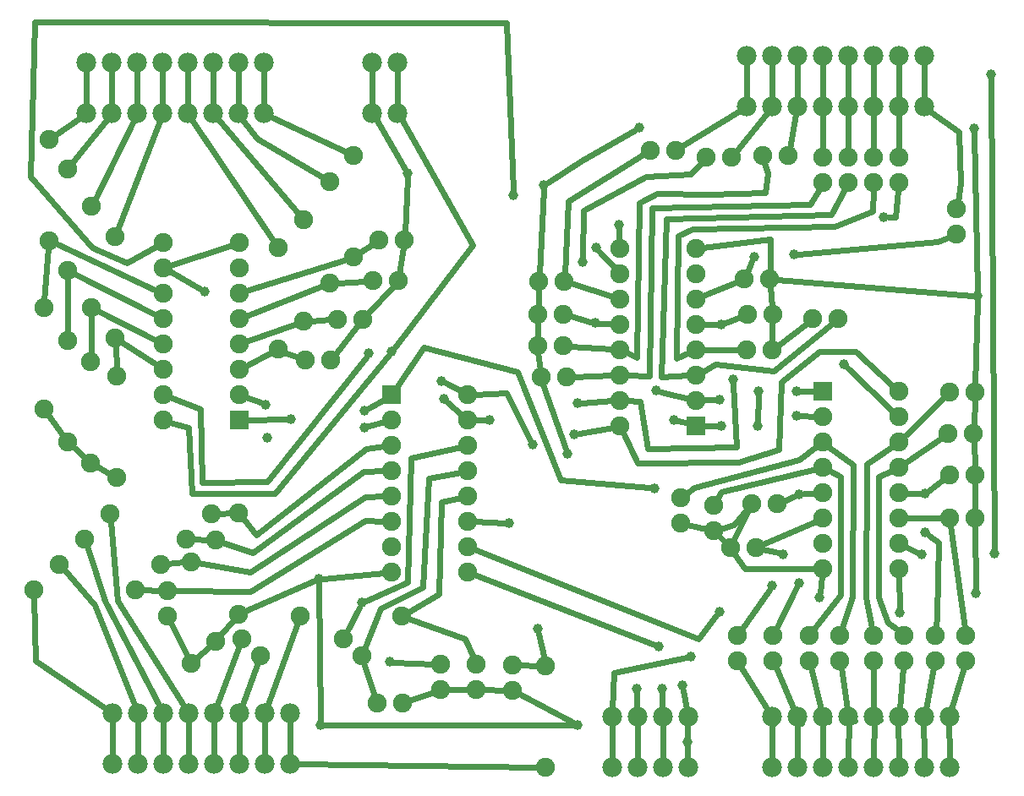
<source format=gbl>
G04 MADE WITH FRITZING*
G04 WWW.FRITZING.ORG*
G04 DOUBLE SIDED*
G04 HOLES PLATED*
G04 CONTOUR ON CENTER OF CONTOUR VECTOR*
%ASAXBY*%
%FSLAX23Y23*%
%MOIN*%
%OFA0B0*%
%SFA1.0B1.0*%
%ADD10C,0.039370*%
%ADD11C,0.075000*%
%ADD12C,0.078000*%
%ADD13R,0.075000X0.075000*%
%ADD14C,0.024000*%
%LNCOPPER0*%
G90*
G70*
G54D10*
X1197Y380D03*
X1190Y957D03*
X1360Y863D03*
X1470Y630D03*
X2285Y2263D03*
X1958Y2472D03*
X1389Y1847D03*
X1082Y1588D03*
X1371Y1621D03*
X1684Y1667D03*
X1675Y1739D03*
X1371Y1555D03*
X1479Y1856D03*
X1541Y2558D03*
X741Y2092D03*
X1942Y1178D03*
X2054Y760D03*
X2522Y1701D03*
X2591Y1586D03*
X2658Y652D03*
X2624Y538D03*
X2544Y524D03*
X2532Y690D03*
X2446Y524D03*
X2211Y1650D03*
X2515Y1315D03*
X2199Y1528D03*
X2034Y1488D03*
X1866Y1586D03*
X2644Y314D03*
X980Y1646D03*
X987Y1514D03*
X2171Y1452D03*
X2211Y381D03*
X2280Y1967D03*
X2778Y1962D03*
X2907Y2229D03*
X3063Y2237D03*
X3418Y2386D03*
X2232Y2209D03*
X3166Y885D03*
X2078Y2512D03*
X3774Y2735D03*
X3840Y2948D03*
X2373Y2356D03*
X2454Y2737D03*
X3787Y2075D03*
X3073Y1602D03*
X2770Y1664D03*
X3073Y1697D03*
X2823Y1744D03*
X2778Y1560D03*
X2921Y1560D03*
X2926Y1697D03*
X3260Y1805D03*
X3084Y1292D03*
X3580Y1295D03*
X3083Y940D03*
X3582Y1141D03*
X3781Y900D03*
X3021Y1056D03*
X2979Y930D03*
X3569Y1054D03*
X3855Y1058D03*
X3482Y824D03*
X2771Y829D03*
G54D11*
X1478Y1684D03*
X1778Y1684D03*
X1478Y1584D03*
X1778Y1584D03*
X1478Y1484D03*
X1778Y1484D03*
X1478Y1384D03*
X1778Y1384D03*
X1478Y1284D03*
X1778Y1284D03*
X1478Y1184D03*
X1778Y1184D03*
X1478Y1084D03*
X1778Y1084D03*
X1478Y984D03*
X1778Y984D03*
X3178Y1697D03*
X3478Y1697D03*
X3178Y1597D03*
X3478Y1597D03*
X3178Y1497D03*
X3478Y1497D03*
X3178Y1397D03*
X3478Y1397D03*
X3178Y1297D03*
X3478Y1297D03*
X3178Y1197D03*
X3478Y1197D03*
X3178Y1097D03*
X3478Y1097D03*
X3178Y997D03*
X3478Y997D03*
X2678Y1562D03*
X2378Y1562D03*
X2678Y1662D03*
X2378Y1662D03*
X2678Y1762D03*
X2378Y1762D03*
X2678Y1862D03*
X2378Y1862D03*
X2678Y1962D03*
X2378Y1962D03*
X2678Y2062D03*
X2378Y2062D03*
X2678Y2162D03*
X2378Y2162D03*
X2678Y2262D03*
X2378Y2262D03*
X878Y1584D03*
X578Y1584D03*
X878Y1684D03*
X578Y1684D03*
X878Y1784D03*
X578Y1784D03*
X878Y1884D03*
X578Y1884D03*
X878Y1984D03*
X578Y1984D03*
X878Y2084D03*
X578Y2084D03*
X878Y2184D03*
X578Y2184D03*
X878Y2284D03*
X578Y2284D03*
G54D12*
X2347Y216D03*
X2447Y216D03*
X2547Y216D03*
X2647Y216D03*
X2347Y416D03*
X2447Y416D03*
X2547Y416D03*
X2647Y416D03*
X1502Y2796D03*
X1402Y2796D03*
X1502Y2996D03*
X1402Y2996D03*
X378Y427D03*
X478Y427D03*
X578Y427D03*
X678Y427D03*
X778Y427D03*
X878Y427D03*
X978Y427D03*
X1078Y427D03*
X2978Y215D03*
X3078Y215D03*
X3178Y215D03*
X3278Y215D03*
X3378Y215D03*
X3478Y215D03*
X3578Y215D03*
X3678Y215D03*
X3578Y3020D03*
X3478Y3020D03*
X3378Y3020D03*
X3278Y3020D03*
X3178Y3020D03*
X3078Y3020D03*
X2978Y3020D03*
X2878Y3020D03*
X974Y2793D03*
X874Y2793D03*
X774Y2793D03*
X674Y2793D03*
X574Y2793D03*
X474Y2793D03*
X374Y2793D03*
X274Y2793D03*
X378Y227D03*
X478Y227D03*
X578Y227D03*
X678Y227D03*
X778Y227D03*
X878Y227D03*
X978Y227D03*
X1078Y227D03*
X2978Y415D03*
X3078Y415D03*
X3178Y415D03*
X3278Y415D03*
X3378Y415D03*
X3478Y415D03*
X3578Y415D03*
X3678Y415D03*
X3578Y2820D03*
X3478Y2820D03*
X3378Y2820D03*
X3278Y2820D03*
X3178Y2820D03*
X3078Y2820D03*
X2978Y2820D03*
X2878Y2820D03*
X974Y2993D03*
X874Y2993D03*
X774Y2993D03*
X674Y2993D03*
X574Y2993D03*
X474Y2993D03*
X374Y2993D03*
X274Y2993D03*
G54D11*
X2086Y214D03*
X2086Y614D03*
X960Y654D03*
X1360Y654D03*
X887Y722D03*
X1287Y722D03*
X68Y915D03*
X468Y915D03*
X168Y1015D03*
X568Y1015D03*
X368Y1215D03*
X768Y1215D03*
X1117Y811D03*
X1517Y811D03*
X268Y1115D03*
X668Y1115D03*
X3125Y636D03*
X3125Y736D03*
X3620Y636D03*
X3620Y736D03*
X3378Y636D03*
X3378Y736D03*
X2982Y636D03*
X2982Y736D03*
X3499Y636D03*
X3499Y736D03*
X3741Y636D03*
X3741Y736D03*
X2840Y636D03*
X2840Y736D03*
X3246Y636D03*
X3246Y736D03*
X3278Y2620D03*
X3278Y2520D03*
X3478Y2620D03*
X3478Y2520D03*
X3706Y2418D03*
X3706Y2318D03*
X3378Y2620D03*
X3378Y2520D03*
X3178Y2620D03*
X3178Y2520D03*
X3042Y2627D03*
X2942Y2627D03*
X2817Y2620D03*
X2717Y2620D03*
X2597Y2649D03*
X2497Y2649D03*
X1327Y2628D03*
X1327Y2228D03*
X1234Y2525D03*
X1234Y2125D03*
X1132Y2373D03*
X1132Y1973D03*
X1030Y2263D03*
X1030Y1863D03*
X389Y2307D03*
X389Y1907D03*
X296Y2427D03*
X296Y2027D03*
X202Y2575D03*
X202Y2175D03*
X127Y2692D03*
X127Y2292D03*
X783Y1111D03*
X783Y711D03*
X687Y1026D03*
X687Y626D03*
X594Y911D03*
X594Y811D03*
X1811Y621D03*
X1811Y521D03*
X1420Y468D03*
X1520Y468D03*
X1672Y621D03*
X1672Y521D03*
X876Y1218D03*
X876Y818D03*
X1955Y617D03*
X1955Y517D03*
X3678Y1369D03*
X3778Y1369D03*
X2747Y1247D03*
X2747Y1147D03*
X3671Y1532D03*
X3771Y1532D03*
X2618Y1278D03*
X2618Y1178D03*
X2998Y1254D03*
X2898Y1254D03*
X3678Y1696D03*
X3778Y1696D03*
X2914Y1082D03*
X2814Y1082D03*
X3678Y1197D03*
X3778Y1197D03*
X2869Y2140D03*
X2969Y2140D03*
X2156Y2000D03*
X2056Y2000D03*
X2167Y1753D03*
X2067Y1753D03*
X2878Y1862D03*
X2978Y1862D03*
X2880Y2002D03*
X2980Y2002D03*
X3237Y1983D03*
X3137Y1983D03*
X2153Y1878D03*
X2053Y1878D03*
X2159Y2132D03*
X2059Y2132D03*
X1264Y1982D03*
X1364Y1982D03*
X1429Y2294D03*
X1529Y2294D03*
X1404Y2133D03*
X1504Y2133D03*
X1138Y1820D03*
X1238Y1820D03*
X394Y1759D03*
X394Y1359D03*
X292Y1813D03*
X292Y1413D03*
X202Y1898D03*
X202Y1498D03*
X107Y2028D03*
X107Y1628D03*
G54D13*
X1478Y1684D03*
X3178Y1697D03*
X2678Y1562D03*
X878Y1584D03*
G54D14*
X1698Y1654D02*
X1756Y1603D01*
D02*
X988Y1341D02*
X1377Y1832D01*
D02*
X723Y1627D02*
X732Y1338D01*
D02*
X732Y1338D02*
X988Y1341D01*
D02*
X604Y1674D02*
X723Y1627D01*
D02*
X1018Y1293D02*
X690Y1296D01*
D02*
X678Y1555D02*
X605Y1576D01*
D02*
X690Y1296D02*
X678Y1555D01*
D02*
X1467Y1842D02*
X1018Y1293D01*
D02*
X1753Y1697D02*
X1691Y1730D01*
D02*
X674Y652D02*
X607Y785D01*
D02*
X1108Y227D02*
X2057Y215D01*
D02*
X788Y456D02*
X877Y695D01*
D02*
X888Y456D02*
X951Y628D01*
D02*
X988Y456D02*
X1107Y784D01*
D02*
X2058Y742D02*
X2080Y642D01*
D02*
X1806Y1183D02*
X1923Y1178D01*
D02*
X1664Y899D02*
X1542Y826D01*
D02*
X1673Y1262D02*
X1664Y899D01*
D02*
X1750Y1278D02*
X1673Y1262D01*
D02*
X1351Y846D02*
X1300Y747D01*
D02*
X1542Y943D02*
X1378Y870D01*
D02*
X1553Y1435D02*
X1542Y943D01*
D02*
X1750Y1478D02*
X1553Y1435D01*
D02*
X1433Y841D02*
X1371Y681D01*
D02*
X1602Y924D02*
X1433Y841D01*
D02*
X1625Y1356D02*
X1602Y924D01*
D02*
X1750Y1379D02*
X1625Y1356D01*
D02*
X1197Y399D02*
X1190Y938D01*
D02*
X1768Y721D02*
X1544Y802D01*
D02*
X1800Y647D02*
X1768Y721D01*
D02*
X1645Y511D02*
X1547Y477D01*
D02*
X1782Y521D02*
X1700Y521D01*
D02*
X1926Y518D02*
X1840Y520D01*
D02*
X2194Y390D02*
X1980Y504D01*
D02*
X1369Y627D02*
X1411Y495D01*
D02*
X1643Y622D02*
X1489Y629D01*
D02*
X2057Y615D02*
X1984Y617D01*
D02*
X298Y2264D02*
X435Y2204D01*
D02*
X435Y2204D02*
X553Y2270D01*
D02*
X53Y2543D02*
X298Y2264D01*
D02*
X1930Y3151D02*
X70Y3154D01*
D02*
X70Y3154D02*
X53Y2543D01*
D02*
X1958Y2491D02*
X1930Y3151D01*
D02*
X2358Y2183D02*
X2298Y2249D01*
D02*
X1402Y2826D02*
X1402Y2966D01*
D02*
X1502Y2826D02*
X1502Y2966D01*
D02*
X1798Y2275D02*
X1517Y2770D01*
D02*
X1490Y1871D02*
X1798Y2275D01*
D02*
X1531Y2575D02*
X1417Y2770D01*
D02*
X974Y2823D02*
X974Y2963D01*
D02*
X874Y2823D02*
X874Y2963D01*
D02*
X774Y2823D02*
X774Y2963D01*
D02*
X674Y2823D02*
X674Y2963D01*
D02*
X474Y2823D02*
X474Y2963D01*
D02*
X374Y2823D02*
X374Y2963D01*
D02*
X274Y2823D02*
X274Y2963D01*
D02*
X574Y2823D02*
X574Y2963D01*
D02*
X851Y2275D02*
X605Y2193D01*
D02*
X249Y2776D02*
X151Y2708D01*
D02*
X355Y2769D02*
X219Y2597D01*
D02*
X461Y2766D02*
X308Y2452D01*
D02*
X563Y2765D02*
X399Y2334D01*
D02*
X905Y2093D02*
X1300Y2219D01*
D02*
X904Y1994D02*
X1207Y2114D01*
D02*
X905Y1893D02*
X1105Y1964D01*
D02*
X903Y1797D02*
X1004Y1850D01*
D02*
X691Y2768D02*
X1014Y2287D01*
D02*
X794Y2770D02*
X1113Y2395D01*
D02*
X948Y2694D02*
X1209Y2540D01*
D02*
X892Y2769D02*
X948Y2694D01*
D02*
X1001Y2780D02*
X1301Y2640D01*
D02*
X552Y2096D02*
X153Y2280D01*
D02*
X552Y1997D02*
X227Y2162D01*
D02*
X552Y1897D02*
X321Y2014D01*
D02*
X554Y1800D02*
X413Y1891D01*
D02*
X1351Y2243D02*
X1405Y2279D01*
D02*
X1540Y2539D02*
X1530Y2323D01*
D02*
X724Y2101D02*
X603Y2170D01*
D02*
X390Y1878D02*
X393Y1788D01*
D02*
X202Y2146D02*
X202Y1927D01*
D02*
X185Y1521D02*
X124Y1605D01*
D02*
X109Y2056D02*
X125Y2263D01*
D02*
X295Y1998D02*
X293Y1842D01*
D02*
X271Y1433D02*
X223Y1479D01*
D02*
X369Y1372D02*
X318Y1400D01*
D02*
X1056Y1852D02*
X1112Y1830D01*
D02*
X1263Y2126D02*
X1376Y2132D01*
D02*
X1525Y2266D02*
X1509Y2161D01*
D02*
X1160Y1975D02*
X1235Y1980D01*
D02*
X1346Y1959D02*
X1256Y1842D01*
D02*
X1485Y2112D02*
X1383Y2003D01*
D02*
X2347Y246D02*
X2347Y386D01*
D02*
X2447Y386D02*
X2447Y246D01*
D02*
X2547Y386D02*
X2547Y246D01*
D02*
X2645Y295D02*
X2646Y246D01*
D02*
X2646Y386D02*
X2645Y333D01*
D02*
X2540Y1696D02*
X2650Y1669D01*
D02*
X2641Y446D02*
X2627Y519D01*
D02*
X2609Y1581D02*
X2650Y1570D01*
D02*
X2356Y587D02*
X2640Y648D01*
D02*
X2348Y446D02*
X2356Y587D01*
D02*
X2514Y697D02*
X1804Y974D01*
D02*
X2546Y446D02*
X2545Y505D01*
D02*
X2229Y1651D02*
X2349Y1660D01*
D02*
X2446Y446D02*
X2446Y505D01*
D02*
X1931Y1690D02*
X1806Y1685D01*
D02*
X2026Y1505D02*
X1931Y1690D01*
D02*
X2350Y1556D02*
X2218Y1531D01*
D02*
X1605Y1871D02*
X1976Y1775D01*
D02*
X1976Y1775D02*
X2145Y1348D01*
D02*
X2145Y1348D02*
X2496Y1317D01*
D02*
X1494Y1708D02*
X1605Y1871D01*
D02*
X1806Y1585D02*
X1847Y1586D01*
D02*
X905Y1674D02*
X962Y1653D01*
D02*
X1450Y1577D02*
X1389Y1560D01*
D02*
X1387Y1631D02*
X1453Y1669D01*
D02*
X906Y1585D02*
X1063Y1588D01*
D02*
X378Y397D02*
X378Y258D01*
D02*
X478Y397D02*
X478Y258D01*
D02*
X578Y397D02*
X578Y258D01*
D02*
X678Y397D02*
X678Y258D01*
D02*
X778Y397D02*
X778Y258D01*
D02*
X878Y258D02*
X878Y397D01*
D02*
X978Y397D02*
X978Y258D01*
D02*
X1078Y397D02*
X1078Y258D01*
D02*
X76Y634D02*
X69Y886D01*
D02*
X353Y444D02*
X76Y634D01*
D02*
X309Y854D02*
X187Y993D01*
D02*
X467Y455D02*
X309Y854D01*
D02*
X349Y871D02*
X277Y1087D01*
D02*
X564Y454D02*
X349Y871D01*
D02*
X398Y871D02*
X370Y1186D01*
D02*
X662Y453D02*
X398Y871D01*
D02*
X847Y1217D02*
X797Y1216D01*
D02*
X755Y1112D02*
X697Y1114D01*
D02*
X658Y1023D02*
X596Y1017D01*
D02*
X945Y1132D02*
X893Y1196D01*
D02*
X1379Y1472D02*
X945Y1132D01*
D02*
X1449Y1481D02*
X1379Y1472D01*
D02*
X930Y1061D02*
X810Y1102D01*
D02*
X1368Y1382D02*
X930Y1061D01*
D02*
X1449Y1383D02*
X1368Y1382D01*
D02*
X922Y985D02*
X715Y1021D01*
D02*
X1375Y1280D02*
X922Y985D01*
D02*
X1449Y1283D02*
X1375Y1280D01*
D02*
X922Y909D02*
X623Y911D01*
D02*
X1375Y1189D02*
X922Y909D01*
D02*
X1449Y1185D02*
X1375Y1189D01*
D02*
X566Y912D02*
X497Y914D01*
D02*
X762Y692D02*
X708Y645D01*
D02*
X857Y797D02*
X802Y733D01*
D02*
X1173Y950D02*
X902Y830D01*
D02*
X1449Y981D02*
X1209Y959D01*
D02*
X2164Y1470D02*
X2076Y1726D01*
D02*
X1216Y380D02*
X2192Y381D01*
D02*
X2753Y1804D02*
X2703Y1776D01*
D02*
X2986Y1777D02*
X2753Y1804D01*
D02*
X3215Y1964D02*
X2986Y1777D01*
D02*
X2849Y1862D02*
X2706Y1862D01*
D02*
X2759Y1962D02*
X2706Y1962D01*
D02*
X2853Y1992D02*
X2795Y1969D01*
D02*
X2704Y2073D02*
X2843Y2130D01*
D02*
X2349Y1761D02*
X2195Y1754D01*
D02*
X2349Y1864D02*
X2181Y1876D01*
D02*
X2299Y1966D02*
X2349Y1963D01*
D02*
X2183Y1993D02*
X2262Y1972D01*
D02*
X2186Y2123D02*
X2351Y2071D01*
D02*
X3115Y1965D02*
X3001Y1879D01*
D02*
X2978Y1890D02*
X2979Y1973D01*
D02*
X3630Y2287D02*
X3680Y2307D01*
D02*
X3082Y2238D02*
X3630Y2287D01*
D02*
X2880Y2167D02*
X2899Y2211D01*
D02*
X3578Y2990D02*
X3578Y2850D01*
D02*
X3713Y2722D02*
X3722Y2521D01*
D02*
X3722Y2521D02*
X3711Y2446D01*
D02*
X3602Y2802D02*
X3713Y2722D01*
D02*
X3478Y2790D02*
X3478Y2648D01*
D02*
X3478Y2850D02*
X3478Y2990D01*
D02*
X3378Y2990D02*
X3378Y2850D01*
D02*
X3378Y2790D02*
X3378Y2648D01*
D02*
X3278Y2790D02*
X3278Y2648D01*
D02*
X3278Y2850D02*
X3278Y2990D01*
D02*
X3178Y2990D02*
X3178Y2850D01*
D02*
X3078Y2990D02*
X3078Y2850D01*
D02*
X3178Y2790D02*
X3178Y2648D01*
D02*
X3072Y2790D02*
X3047Y2655D01*
D02*
X2978Y2990D02*
X2978Y2850D01*
D02*
X2959Y2796D02*
X2834Y2642D01*
D02*
X2852Y2804D02*
X2622Y2664D01*
D02*
X2878Y2850D02*
X2878Y2990D01*
D02*
X3464Y2385D02*
X3437Y2385D01*
D02*
X3475Y2491D02*
X3464Y2385D01*
D02*
X3210Y2394D02*
X2561Y2379D01*
D02*
X2561Y2379D02*
X2542Y1756D01*
D02*
X2542Y1756D02*
X2649Y1761D01*
D02*
X3264Y2495D02*
X3210Y2394D01*
D02*
X3225Y2347D02*
X2666Y2338D01*
D02*
X2666Y2338D02*
X2608Y2312D01*
D02*
X3374Y2408D02*
X3225Y2347D01*
D02*
X2608Y2312D02*
X2602Y1828D01*
D02*
X2602Y1828D02*
X2652Y1850D01*
D02*
X3377Y2491D02*
X3374Y2408D01*
D02*
X2977Y2031D02*
X2971Y2112D01*
D02*
X2972Y2297D02*
X2706Y2265D01*
D02*
X2970Y2169D02*
X2972Y2297D01*
D02*
X3128Y2435D02*
X3163Y2495D01*
D02*
X2505Y2420D02*
X3128Y2435D01*
D02*
X2493Y1759D02*
X2505Y2420D01*
D02*
X2406Y1761D02*
X2493Y1759D01*
D02*
X2962Y2557D02*
X2949Y2599D01*
D02*
X2731Y2476D02*
X2950Y2481D01*
D02*
X2526Y2479D02*
X2731Y2476D01*
D02*
X2950Y2481D02*
X2962Y2557D01*
D02*
X2453Y2440D02*
X2526Y2478D01*
D02*
X2446Y1831D02*
X2453Y2440D01*
D02*
X2404Y1850D02*
X2446Y1831D01*
D02*
X2235Y2412D02*
X2232Y2228D01*
D02*
X2482Y2543D02*
X2235Y2412D01*
D02*
X2657Y2555D02*
X2482Y2543D01*
D02*
X2697Y2599D02*
X2657Y2555D01*
D02*
X2174Y2448D02*
X2160Y2161D01*
D02*
X2473Y2634D02*
X2174Y2448D01*
D02*
X2061Y2161D02*
X2077Y2493D01*
D02*
X3168Y904D02*
X3175Y968D01*
D02*
X2058Y2104D02*
X2057Y2029D01*
D02*
X2055Y1972D02*
X2053Y1907D01*
D02*
X2056Y1850D02*
X2064Y1781D01*
D02*
X3775Y2716D02*
X3787Y2094D01*
D02*
X3768Y2076D02*
X2998Y2138D01*
D02*
X3840Y2929D02*
X3855Y1077D01*
D02*
X2376Y2290D02*
X2374Y2337D01*
D02*
X2227Y2607D02*
X2438Y2728D01*
D02*
X2094Y2522D02*
X2227Y2607D01*
D02*
X3787Y2056D02*
X3778Y1725D01*
D02*
X2767Y1127D02*
X2793Y1102D01*
D02*
X2759Y1560D02*
X2706Y1561D01*
D02*
X2925Y1678D02*
X2922Y1579D01*
D02*
X3149Y1697D02*
X3092Y1697D01*
D02*
X2449Y1413D02*
X2390Y1536D01*
D02*
X2844Y1417D02*
X2449Y1413D01*
D02*
X3006Y1467D02*
X2844Y1417D01*
D02*
X3014Y1733D02*
X3006Y1467D01*
D02*
X3165Y1856D02*
X3014Y1733D01*
D02*
X3308Y1856D02*
X3165Y1856D01*
D02*
X3457Y1716D02*
X3308Y1856D01*
D02*
X2838Y1478D02*
X2825Y1725D01*
D02*
X3273Y1792D02*
X3457Y1616D01*
D02*
X2488Y1470D02*
X2838Y1478D01*
D02*
X2458Y1657D02*
X2488Y1470D01*
D02*
X2406Y1660D02*
X2458Y1657D01*
D02*
X2751Y1664D02*
X2706Y1663D01*
D02*
X3149Y1598D02*
X3092Y1601D01*
D02*
X3003Y1060D02*
X2941Y1075D01*
D02*
X2857Y759D02*
X2968Y914D01*
D02*
X3075Y923D02*
X2995Y761D01*
D02*
X3628Y816D02*
X3623Y764D01*
D02*
X3634Y1100D02*
X3628Y816D01*
D02*
X3597Y1129D02*
X3634Y1100D01*
D02*
X3682Y1168D02*
X3738Y764D01*
D02*
X3247Y1362D02*
X3203Y1384D01*
D02*
X3247Y893D02*
X3247Y1362D01*
D02*
X3142Y758D02*
X3247Y893D01*
D02*
X3297Y1408D02*
X3201Y1479D01*
D02*
X3295Y888D02*
X3297Y1408D01*
D02*
X3255Y763D02*
X3295Y888D01*
D02*
X3351Y1412D02*
X3454Y1481D01*
D02*
X3347Y886D02*
X3351Y1412D01*
D02*
X3372Y764D02*
X3347Y886D01*
D02*
X3398Y1360D02*
X3452Y1385D01*
D02*
X3397Y886D02*
X3398Y1360D01*
D02*
X3477Y754D02*
X3436Y786D01*
D02*
X3436Y786D02*
X3397Y886D01*
D02*
X2870Y997D02*
X2829Y1058D01*
D02*
X3149Y997D02*
X2870Y997D01*
D02*
X3778Y1168D02*
X3781Y919D01*
D02*
X3778Y1225D02*
X3778Y1340D01*
D02*
X2827Y1170D02*
X2879Y1232D01*
D02*
X2774Y1155D02*
X2827Y1170D01*
D02*
X2885Y1228D02*
X2826Y1107D01*
D02*
X3504Y1084D02*
X3552Y1062D01*
D02*
X3773Y1504D02*
X3777Y1397D01*
D02*
X3773Y1561D02*
X3777Y1667D01*
D02*
X3481Y843D02*
X3478Y968D01*
D02*
X2688Y720D02*
X2759Y814D01*
D02*
X1804Y1073D02*
X2688Y720D01*
D02*
X3676Y413D02*
X3678Y245D01*
D02*
X3653Y397D02*
X3676Y413D01*
D02*
X3576Y413D02*
X3577Y245D01*
D02*
X3551Y400D02*
X3576Y413D01*
D02*
X3475Y413D02*
X3477Y245D01*
D02*
X3450Y403D02*
X3475Y413D01*
D02*
X3380Y413D02*
X3378Y245D01*
D02*
X3405Y402D02*
X3380Y413D01*
D02*
X3280Y413D02*
X3278Y245D01*
D02*
X3304Y399D02*
X3280Y413D01*
D02*
X3179Y413D02*
X3178Y245D01*
D02*
X3201Y395D02*
X3179Y413D01*
D02*
X3079Y413D02*
X3078Y245D01*
D02*
X3094Y389D02*
X3079Y413D01*
D02*
X2978Y413D02*
X2978Y245D01*
D02*
X2983Y385D02*
X2978Y413D01*
D02*
X3734Y608D02*
X3686Y443D01*
D02*
X3615Y608D02*
X3583Y444D01*
D02*
X3496Y607D02*
X3481Y445D01*
D02*
X3378Y607D02*
X3378Y445D01*
D02*
X3250Y607D02*
X3273Y444D01*
D02*
X3131Y608D02*
X3171Y444D01*
D02*
X2994Y609D02*
X3066Y442D01*
D02*
X2855Y611D02*
X2962Y440D01*
D02*
X3152Y1185D02*
X2940Y1093D01*
D02*
X3067Y1284D02*
X3024Y1265D01*
D02*
X3149Y1295D02*
X3103Y1293D01*
D02*
X2646Y1171D02*
X2719Y1154D01*
D02*
X3658Y1676D02*
X3498Y1517D01*
D02*
X3648Y1516D02*
X3501Y1413D01*
D02*
X3561Y1295D02*
X3506Y1296D01*
D02*
X3655Y1351D02*
X3595Y1306D01*
D02*
X3649Y1197D02*
X3506Y1197D01*
D02*
X2778Y1302D02*
X3150Y1390D01*
D02*
X2761Y1272D02*
X2778Y1302D01*
D02*
X3083Y1428D02*
X3155Y1480D01*
D02*
X2671Y1318D02*
X3083Y1428D01*
D02*
X2641Y1295D02*
X2671Y1318D01*
G04 End of Copper0*
M02*
</source>
